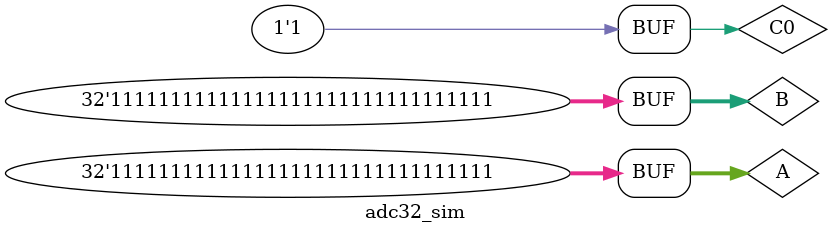
<source format=v>
`timescale 1ns / 1ps


module adc32_sim;

	// Inputs
	reg [31:0] A;
	reg [31:0] B;
	reg C0;

	// Outputs
	wire [31:0] S;
	wire Co;

	// Instantiate the Unit Under Test (UUT)
	ADC32 uut (
		.A(A), 
		.B(B), 
		.C0(C0), 
		.S(S), 
		.Co(Co)
	);

	initial begin
		// Initialize Inputs
		A = 0;
		B = 0;
		C0 = 0;

		// Wait 100 ns for global reset to finish
		#100;
		A = 32'b11111111111111111111111111111111;
		B = 32'b11111111111111111111111111111111;
		C0 = 0;
		#100;
		C0 = 1;
		#100;
        
		// Add stimulus here

	end
      
endmodule


</source>
